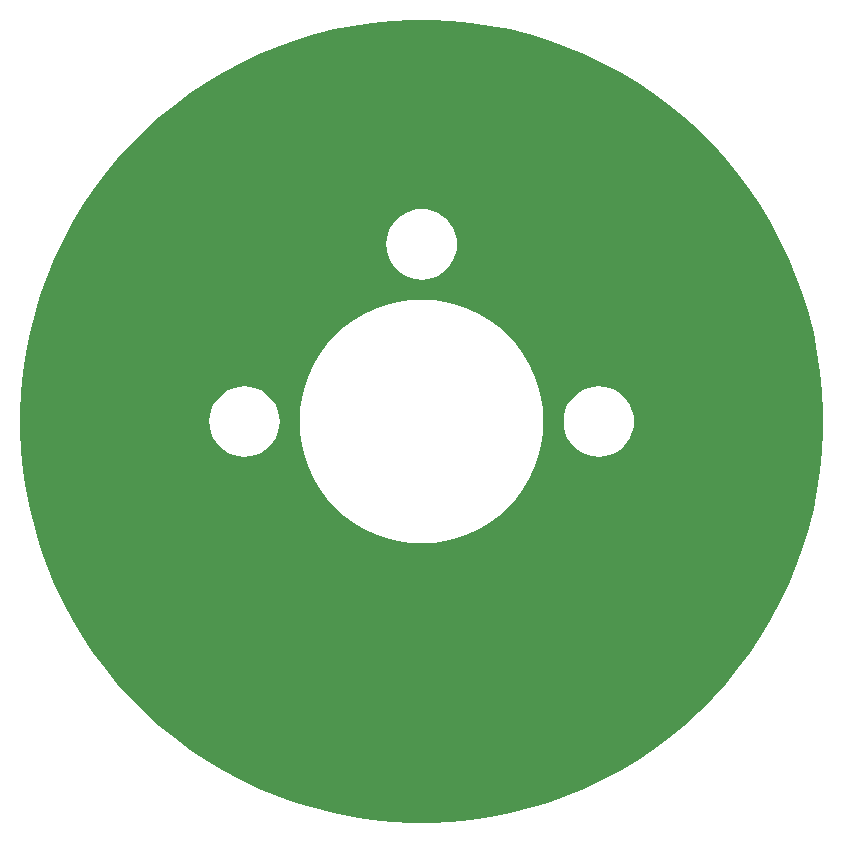
<source format=gbl>
G04*
G04 #@! TF.GenerationSoftware,Altium Limited,Altium Designer,19.1.5 (86)*
G04*
G04 Layer_Physical_Order=2*
G04 Layer_Color=16711680*
%FSLAX25Y25*%
%MOIN*%
G70*
G01*
G75*
G36*
X9845Y133567D02*
X16385Y132923D01*
X22885Y131959D01*
X29331Y130677D01*
X35706Y129080D01*
X41995Y127172D01*
X48182Y124958D01*
X54254Y122443D01*
X60194Y119634D01*
X65990Y116536D01*
X71627Y113157D01*
X77091Y109506D01*
X82369Y105591D01*
X87449Y101422D01*
X92319Y97009D01*
X96965Y92362D01*
X101379Y87493D01*
X105548Y82413D01*
X109463Y77135D01*
X113114Y71670D01*
X116492Y66033D01*
X119590Y60238D01*
X122400Y54297D01*
X124915Y48226D01*
X127129Y42038D01*
X129036Y35749D01*
X130633Y29375D01*
X131915Y22929D01*
X132879Y16429D01*
X133524Y9888D01*
X133846Y3325D01*
Y39D01*
Y-3247D01*
X133524Y-9811D01*
X132879Y-16351D01*
X131915Y-22851D01*
X130633Y-29297D01*
X129036Y-35672D01*
X127129Y-41960D01*
X124915Y-48148D01*
X122400Y-54220D01*
X119590Y-60160D01*
X116492Y-65956D01*
X113114Y-71593D01*
X109463Y-77057D01*
X105548Y-82335D01*
X101379Y-87415D01*
X96966Y-92285D01*
X92319Y-96931D01*
X87449Y-101345D01*
X82369Y-105514D01*
X77091Y-109429D01*
X71627Y-113080D01*
X65990Y-116458D01*
X60194Y-119556D01*
X54254Y-122366D01*
X48182Y-124881D01*
X41995Y-127095D01*
X35706Y-129002D01*
X29331Y-130599D01*
X22885Y-131881D01*
X16385Y-132845D01*
X9845Y-133490D01*
X3281Y-133812D01*
X-3291D01*
X-9854Y-133490D01*
X-16395Y-132845D01*
X-22895Y-131881D01*
X-29340Y-130599D01*
X-35715Y-129002D01*
X-42004Y-127095D01*
X-48191Y-124881D01*
X-54263Y-122366D01*
X-60204Y-119556D01*
X-66000Y-116458D01*
X-71636Y-113080D01*
X-77100Y-109429D01*
X-82379Y-105514D01*
X-87459Y-101345D01*
X-92328Y-96932D01*
X-96975Y-92285D01*
X-101388Y-87415D01*
X-105557Y-82335D01*
X-109472Y-77057D01*
X-113123Y-71593D01*
X-116502Y-65956D01*
X-119600Y-60160D01*
X-122409Y-54220D01*
X-124924Y-48148D01*
X-127138Y-41960D01*
X-129046Y-35672D01*
X-130643Y-29297D01*
X-131925Y-22851D01*
X-132889Y-16351D01*
X-133533Y-9811D01*
X-133856Y-3247D01*
Y39D01*
Y3325D01*
X-133533Y9888D01*
X-132889Y16429D01*
X-131925Y22929D01*
X-130643Y29374D01*
X-129046Y35749D01*
X-127138Y42038D01*
X-124924Y48225D01*
X-122409Y54297D01*
X-119600Y60238D01*
X-116502Y66034D01*
X-113123Y71670D01*
X-109472Y77135D01*
X-105557Y82413D01*
X-101388Y87493D01*
X-96975Y92362D01*
X-92328Y97009D01*
X-87459Y101422D01*
X-82379Y105591D01*
X-77100Y109506D01*
X-71636Y113157D01*
X-65999Y116536D01*
X-60204Y119634D01*
X-54263Y122443D01*
X-48191Y124958D01*
X-42004Y127172D01*
X-35715Y129080D01*
X-29341Y130677D01*
X-22895Y131959D01*
X-16395Y132923D01*
X-9854Y133567D01*
X-3291Y133890D01*
X3281D01*
X9845Y133567D01*
D02*
G37*
%LPC*%
G36*
X0Y70823D02*
X-1841Y70678D01*
X-3636Y70247D01*
X-5342Y69540D01*
X-6917Y68576D01*
X-8321Y67376D01*
X-9520Y65972D01*
X-10485Y64398D01*
X-11192Y62692D01*
X-11623Y60896D01*
X-11768Y59055D01*
X-11623Y57214D01*
X-11192Y55419D01*
X-10485Y53713D01*
X-9520Y52138D01*
X-8321Y50734D01*
X-6917Y49535D01*
X-5342Y48570D01*
X-3636Y47863D01*
X-1841Y47432D01*
X0Y47287D01*
X1841Y47432D01*
X3636Y47863D01*
X5342Y48570D01*
X6917Y49535D01*
X8321Y50734D01*
X9520Y52138D01*
X10485Y53713D01*
X11192Y55419D01*
X11623Y57214D01*
X11768Y59055D01*
X11623Y60896D01*
X11192Y62692D01*
X10485Y64398D01*
X9520Y65972D01*
X8321Y67376D01*
X6917Y68576D01*
X5342Y69540D01*
X3636Y70247D01*
X1841Y70678D01*
X0Y70823D01*
D02*
G37*
G36*
X59055Y11768D02*
X57214Y11623D01*
X55419Y11192D01*
X53713Y10485D01*
X52138Y9520D01*
X50734Y8321D01*
X49535Y6917D01*
X48570Y5342D01*
X47863Y3636D01*
X47432Y1841D01*
X47287Y0D01*
X47432Y-1841D01*
X47863Y-3636D01*
X48570Y-5342D01*
X49535Y-6917D01*
X50734Y-8321D01*
X52138Y-9520D01*
X53713Y-10485D01*
X55419Y-11192D01*
X57214Y-11623D01*
X59055Y-11768D01*
X60896Y-11623D01*
X62692Y-11192D01*
X64398Y-10485D01*
X65972Y-9520D01*
X67376Y-8321D01*
X68576Y-6917D01*
X69540Y-5342D01*
X70247Y-3636D01*
X70678Y-1841D01*
X70823Y0D01*
X70678Y1841D01*
X70247Y3636D01*
X69540Y5342D01*
X68576Y6917D01*
X67376Y8321D01*
X65972Y9520D01*
X64398Y10485D01*
X62692Y11192D01*
X60896Y11623D01*
X59055Y11768D01*
D02*
G37*
G36*
X-59055D02*
X-60896Y11623D01*
X-62692Y11192D01*
X-64398Y10485D01*
X-65972Y9520D01*
X-67376Y8321D01*
X-68576Y6917D01*
X-69540Y5342D01*
X-70247Y3636D01*
X-70678Y1841D01*
X-70823Y0D01*
X-70678Y-1841D01*
X-70247Y-3636D01*
X-69540Y-5342D01*
X-68576Y-6917D01*
X-67376Y-8321D01*
X-65972Y-9520D01*
X-64398Y-10485D01*
X-62692Y-11192D01*
X-60896Y-11623D01*
X-59055Y-11768D01*
X-57214Y-11623D01*
X-55419Y-11192D01*
X-53713Y-10485D01*
X-52138Y-9520D01*
X-50734Y-8321D01*
X-49535Y-6917D01*
X-48570Y-5342D01*
X-47863Y-3636D01*
X-47432Y-1841D01*
X-47287Y0D01*
X-47432Y1841D01*
X-47863Y3636D01*
X-48570Y5342D01*
X-49535Y6917D01*
X-50734Y8321D01*
X-52138Y9520D01*
X-53713Y10485D01*
X-55419Y11192D01*
X-57214Y11623D01*
X-59055Y11768D01*
D02*
G37*
G36*
X-5Y40658D02*
X-3986Y40462D01*
X-7929Y39877D01*
X-11796Y38909D01*
X-15549Y37566D01*
X-19152Y35862D01*
X-22571Y33812D01*
X-25773Y31438D01*
X-28727Y28761D01*
X-31404Y25807D01*
X-33778Y22605D01*
X-35827Y19186D01*
X-37532Y15583D01*
X-38875Y11830D01*
X-39843Y7963D01*
X-40428Y4020D01*
X-40624Y39D01*
X-40428Y-3943D01*
X-39843Y-7886D01*
X-38875Y-11752D01*
X-37532Y-15505D01*
X-35827Y-19109D01*
X-33778Y-22528D01*
X-31404Y-25730D01*
X-28727Y-28683D01*
X-25773Y-31360D01*
X-22571Y-33735D01*
X-19152Y-35784D01*
X-15549Y-37488D01*
X-11796Y-38831D01*
X-7929Y-39800D01*
X-3986Y-40385D01*
X-5Y-40580D01*
X3977Y-40385D01*
X7920Y-39800D01*
X11786Y-38831D01*
X15540Y-37488D01*
X19143Y-35784D01*
X22562Y-33735D01*
X25764Y-31360D01*
X28717Y-28683D01*
X31394Y-25730D01*
X33769Y-22528D01*
X35818Y-19109D01*
X37522Y-15505D01*
X38865Y-11752D01*
X39834Y-7886D01*
X40419Y-3943D01*
X40614Y39D01*
X40419Y4020D01*
X39834Y7963D01*
X38865Y11830D01*
X37522Y15583D01*
X35818Y19186D01*
X33769Y22605D01*
X31394Y25807D01*
X28717Y28761D01*
X25764Y31438D01*
X22562Y33812D01*
X19143Y35862D01*
X15540Y37566D01*
X11786Y38909D01*
X7920Y39877D01*
X3977Y40462D01*
X-5Y40658D01*
D02*
G37*
%LPD*%
M02*

</source>
